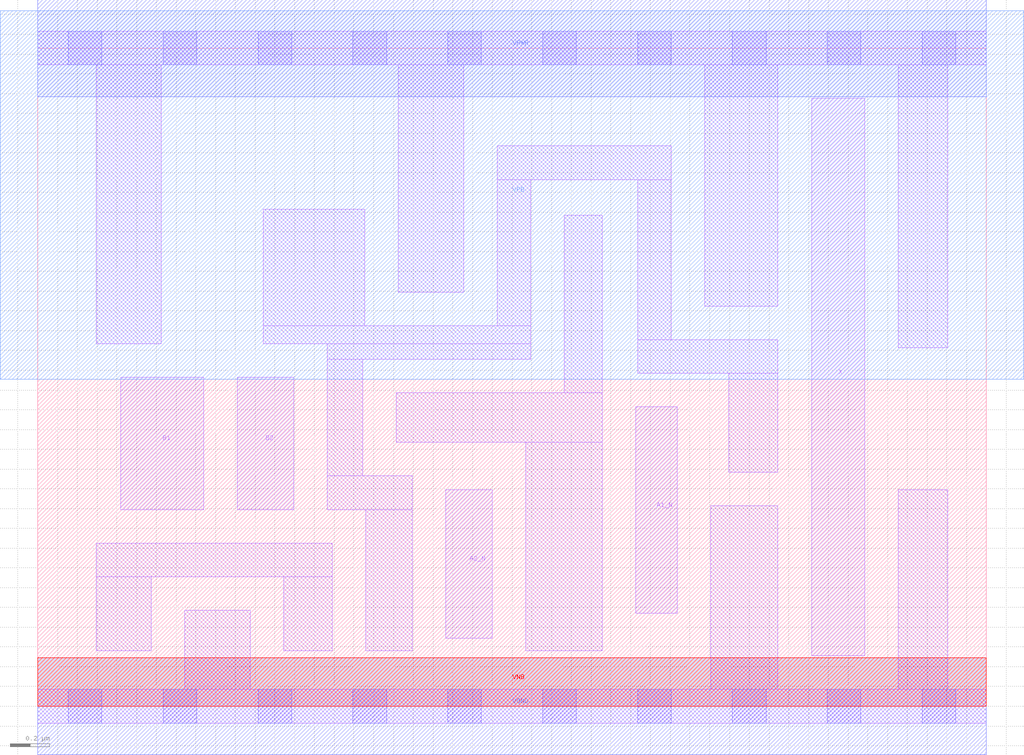
<source format=lef>
# Copyright 2020 The SkyWater PDK Authors
#
# Licensed under the Apache License, Version 2.0 (the "License");
# you may not use this file except in compliance with the License.
# You may obtain a copy of the License at
#
#     https://www.apache.org/licenses/LICENSE-2.0
#
# Unless required by applicable law or agreed to in writing, software
# distributed under the License is distributed on an "AS IS" BASIS,
# WITHOUT WARRANTIES OR CONDITIONS OF ANY KIND, either express or implied.
# See the License for the specific language governing permissions and
# limitations under the License.
#
# SPDX-License-Identifier: Apache-2.0

VERSION 5.7 ;
  NOWIREEXTENSIONATPIN ON ;
  DIVIDERCHAR "/" ;
  BUSBITCHARS "[]" ;
MACRO sky130_fd_sc_lp__o2bb2a_2
  CLASS CORE ;
  FOREIGN sky130_fd_sc_lp__o2bb2a_2 ;
  ORIGIN  0.000000  0.000000 ;
  SIZE  4.800000 BY  3.330000 ;
  SYMMETRY X Y R90 ;
  SITE unit ;
  PIN A1_N
    ANTENNAGATEAREA  0.159000 ;
    DIRECTION INPUT ;
    USE SIGNAL ;
    PORT
      LAYER li1 ;
        RECT 3.025000 0.470000 3.235000 1.515000 ;
    END
  END A1_N
  PIN A2_N
    ANTENNAGATEAREA  0.159000 ;
    DIRECTION INPUT ;
    USE SIGNAL ;
    PORT
      LAYER li1 ;
        RECT 2.065000 0.345000 2.300000 1.095000 ;
    END
  END A2_N
  PIN B1
    ANTENNAGATEAREA  0.159000 ;
    DIRECTION INPUT ;
    USE SIGNAL ;
    PORT
      LAYER li1 ;
        RECT 0.420000 0.995000 0.840000 1.665000 ;
    END
  END B1
  PIN B2
    ANTENNAGATEAREA  0.159000 ;
    DIRECTION INPUT ;
    USE SIGNAL ;
    PORT
      LAYER li1 ;
        RECT 1.010000 0.995000 1.295000 1.665000 ;
    END
  END B2
  PIN X
    ANTENNADIFFAREA  0.588000 ;
    DIRECTION OUTPUT ;
    USE SIGNAL ;
    PORT
      LAYER li1 ;
        RECT 3.915000 0.255000 4.185000 3.075000 ;
    END
  END X
  PIN VGND
    DIRECTION INOUT ;
    USE GROUND ;
    PORT
      LAYER met1 ;
        RECT 0.000000 -0.245000 4.800000 0.245000 ;
    END
  END VGND
  PIN VNB
    DIRECTION INOUT ;
    USE GROUND ;
    PORT
      LAYER pwell ;
        RECT 0.000000 0.000000 4.800000 0.245000 ;
    END
  END VNB
  PIN VPB
    DIRECTION INOUT ;
    USE POWER ;
    PORT
      LAYER nwell ;
        RECT -0.190000 1.655000 4.990000 3.520000 ;
    END
  END VPB
  PIN VPWR
    DIRECTION INOUT ;
    USE POWER ;
    PORT
      LAYER met1 ;
        RECT 0.000000 3.085000 4.800000 3.575000 ;
    END
  END VPWR
  OBS
    LAYER li1 ;
      RECT 0.000000 -0.085000 4.800000 0.085000 ;
      RECT 0.000000  3.245000 4.800000 3.415000 ;
      RECT 0.295000  0.280000 0.575000 0.655000 ;
      RECT 0.295000  0.655000 1.490000 0.825000 ;
      RECT 0.295000  1.835000 0.625000 3.245000 ;
      RECT 0.745000  0.085000 1.075000 0.485000 ;
      RECT 1.140000  1.835000 2.495000 1.925000 ;
      RECT 1.140000  1.925000 1.655000 2.515000 ;
      RECT 1.245000  0.280000 1.490000 0.655000 ;
      RECT 1.465000  0.995000 1.895000 1.165000 ;
      RECT 1.465000  1.165000 1.645000 1.755000 ;
      RECT 1.465000  1.755000 2.495000 1.835000 ;
      RECT 1.660000  0.280000 1.895000 0.995000 ;
      RECT 1.815000  1.335000 2.855000 1.585000 ;
      RECT 1.825000  2.095000 2.155000 3.245000 ;
      RECT 2.325000  1.925000 2.495000 2.665000 ;
      RECT 2.325000  2.665000 3.205000 2.835000 ;
      RECT 2.470000  0.280000 2.855000 1.335000 ;
      RECT 2.665000  1.585000 2.855000 2.485000 ;
      RECT 3.035000  1.685000 3.745000 1.855000 ;
      RECT 3.035000  1.855000 3.205000 2.665000 ;
      RECT 3.375000  2.025000 3.745000 3.245000 ;
      RECT 3.405000  0.085000 3.745000 1.015000 ;
      RECT 3.495000  1.185000 3.745000 1.685000 ;
      RECT 4.355000  0.085000 4.605000 1.095000 ;
      RECT 4.355000  1.815000 4.605000 3.245000 ;
    LAYER mcon ;
      RECT 0.155000 -0.085000 0.325000 0.085000 ;
      RECT 0.155000  3.245000 0.325000 3.415000 ;
      RECT 0.635000 -0.085000 0.805000 0.085000 ;
      RECT 0.635000  3.245000 0.805000 3.415000 ;
      RECT 1.115000 -0.085000 1.285000 0.085000 ;
      RECT 1.115000  3.245000 1.285000 3.415000 ;
      RECT 1.595000 -0.085000 1.765000 0.085000 ;
      RECT 1.595000  3.245000 1.765000 3.415000 ;
      RECT 2.075000 -0.085000 2.245000 0.085000 ;
      RECT 2.075000  3.245000 2.245000 3.415000 ;
      RECT 2.555000 -0.085000 2.725000 0.085000 ;
      RECT 2.555000  3.245000 2.725000 3.415000 ;
      RECT 3.035000 -0.085000 3.205000 0.085000 ;
      RECT 3.035000  3.245000 3.205000 3.415000 ;
      RECT 3.515000 -0.085000 3.685000 0.085000 ;
      RECT 3.515000  3.245000 3.685000 3.415000 ;
      RECT 3.995000 -0.085000 4.165000 0.085000 ;
      RECT 3.995000  3.245000 4.165000 3.415000 ;
      RECT 4.475000 -0.085000 4.645000 0.085000 ;
      RECT 4.475000  3.245000 4.645000 3.415000 ;
  END
END sky130_fd_sc_lp__o2bb2a_2
END LIBRARY

</source>
